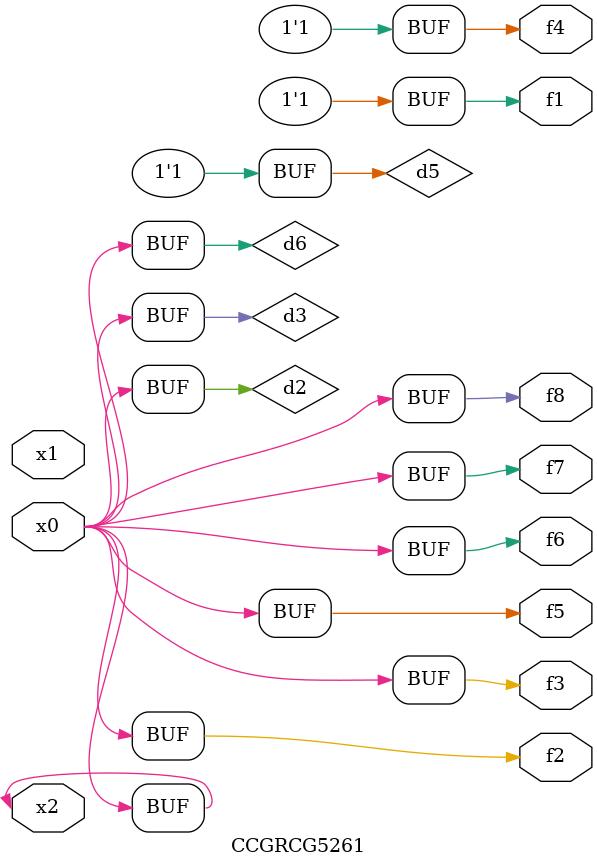
<source format=v>
module CCGRCG5261(
	input x0, x1, x2,
	output f1, f2, f3, f4, f5, f6, f7, f8
);

	wire d1, d2, d3, d4, d5, d6;

	xnor (d1, x2);
	buf (d2, x0, x2);
	and (d3, x0);
	xnor (d4, x1, x2);
	nand (d5, d1, d3);
	buf (d6, d2, d3);
	assign f1 = d5;
	assign f2 = d6;
	assign f3 = d6;
	assign f4 = d5;
	assign f5 = d6;
	assign f6 = d6;
	assign f7 = d6;
	assign f8 = d6;
endmodule

</source>
